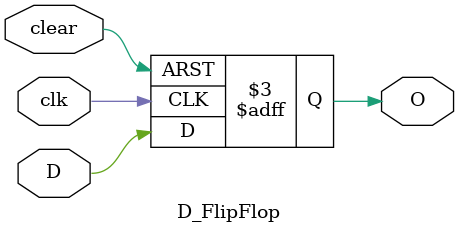
<source format=v>
module D_FlipFlop(O , D , clk , clear);

input D , clk , clear;
output reg O;

always@(posedge clk , negedge clear)
begin
	
	if(clear == 1'b0)
		O <= 1'b0;
	else
		O <= D;
	
end
endmodule
</source>
